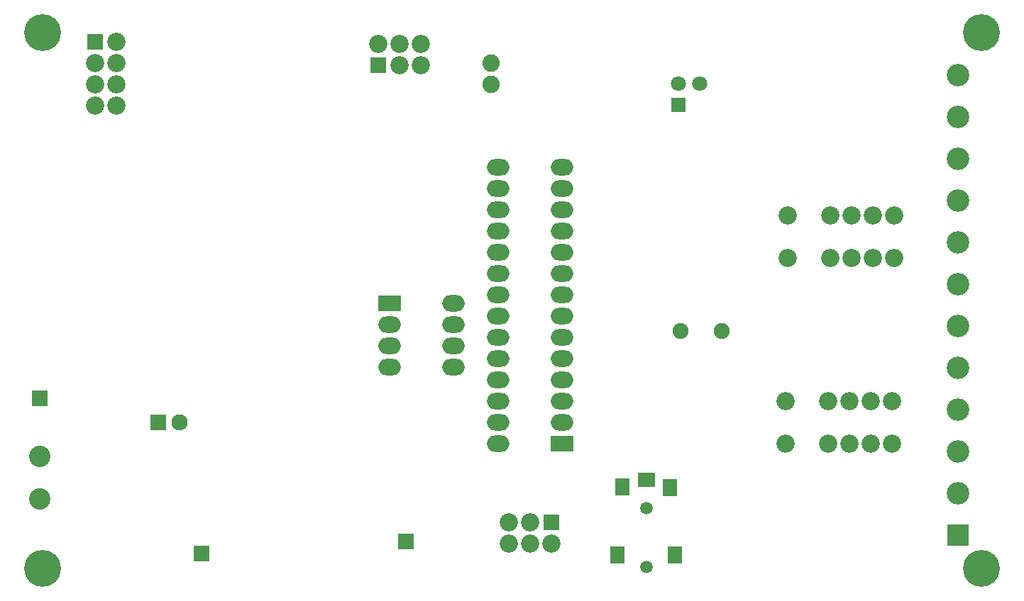
<source format=gbs>
G04 (created by PCBNEW (2013-07-07 BZR 4022)-stable) date 21/11/2014 19:41:42*
%MOIN*%
G04 Gerber Fmt 3.4, Leading zero omitted, Abs format*
%FSLAX34Y34*%
G01*
G70*
G90*
G04 APERTURE LIST*
%ADD10C,0.008*%
%ADD11C,0.0750551*%
%ADD12C,0.086*%
%ADD13R,0.076X0.076*%
%ADD14C,0.076*%
%ADD15C,0.106*%
%ADD16R,0.101X0.101*%
%ADD17C,0.082*%
%ADD18R,0.106X0.078*%
%ADD19O,0.106X0.078*%
%ADD20C,0.101*%
%ADD21C,0.17348*%
%ADD22C,0.0593071*%
%ADD23R,0.0711181X0.0789921*%
%ADD24R,0.0789921X0.0711181*%
%ADD25R,0.071X0.071*%
%ADD26C,0.071*%
G04 APERTURE END LIST*
G54D10*
G54D11*
X68893Y-41584D03*
X66972Y-41584D03*
G54D12*
X72000Y-36150D03*
X74000Y-36150D03*
X75000Y-36150D03*
X76000Y-36150D03*
X77000Y-36150D03*
X77000Y-38150D03*
X76000Y-38150D03*
X75000Y-38150D03*
X74000Y-38150D03*
X72000Y-38150D03*
X71900Y-44900D03*
X73900Y-44900D03*
X74900Y-44900D03*
X75900Y-44900D03*
X76900Y-44900D03*
X76900Y-46900D03*
X75900Y-46900D03*
X74900Y-46900D03*
X73900Y-46900D03*
X71900Y-46900D03*
G54D13*
X39450Y-28000D03*
G54D12*
X40450Y-28000D03*
X39450Y-29000D03*
X40450Y-29000D03*
X39450Y-30000D03*
X40450Y-30000D03*
X39450Y-31000D03*
X40450Y-31000D03*
G54D13*
X60900Y-50600D03*
G54D12*
X60900Y-51600D03*
X59900Y-50600D03*
X59900Y-51600D03*
X58900Y-50600D03*
X58900Y-51600D03*
G54D13*
X52760Y-29110D03*
G54D12*
X52760Y-28110D03*
X53760Y-29110D03*
X53760Y-28110D03*
X54760Y-29110D03*
X54760Y-28110D03*
G54D13*
X42440Y-45900D03*
G54D14*
X43440Y-45900D03*
G54D15*
X80000Y-39390D03*
X80000Y-37422D03*
X80000Y-35453D03*
X80000Y-33485D03*
X80000Y-31516D03*
X80000Y-41359D03*
X80000Y-43327D03*
X80000Y-45296D03*
X80000Y-47264D03*
X80000Y-49233D03*
X80000Y-29548D03*
G54D16*
X80000Y-51201D03*
G54D13*
X54050Y-51500D03*
X36850Y-44750D03*
X44450Y-52050D03*
G54D17*
X58070Y-29990D03*
X58070Y-28990D03*
G54D18*
X53300Y-40300D03*
G54D19*
X53300Y-41300D03*
X53300Y-42300D03*
X53300Y-43300D03*
X56300Y-43300D03*
X56300Y-42300D03*
X56300Y-41300D03*
X56300Y-40300D03*
X61400Y-45900D03*
X61400Y-44900D03*
X61400Y-43900D03*
X61400Y-42900D03*
X61400Y-41900D03*
X61400Y-40900D03*
X61400Y-39900D03*
X61400Y-38900D03*
X61400Y-37900D03*
X61400Y-36900D03*
X61400Y-35900D03*
X61400Y-34900D03*
X61400Y-33900D03*
G54D18*
X61400Y-46900D03*
G54D19*
X58400Y-33900D03*
X58400Y-34900D03*
X58400Y-35900D03*
X58400Y-36900D03*
X58400Y-37900D03*
X58400Y-38900D03*
X58400Y-39900D03*
X58400Y-40900D03*
X58400Y-41900D03*
X58400Y-42900D03*
X58400Y-43900D03*
X58400Y-44900D03*
X58400Y-45900D03*
X58400Y-46900D03*
G54D20*
X36850Y-49500D03*
X36850Y-47500D03*
G54D21*
X37007Y-27559D03*
X81102Y-27559D03*
X81102Y-52755D03*
X37007Y-52755D03*
G54D22*
X65344Y-52696D03*
X65344Y-49940D03*
G54D23*
X64005Y-52145D03*
X66683Y-52145D03*
G54D24*
X65344Y-48602D03*
G54D23*
X66466Y-48956D03*
X64222Y-48937D03*
G54D25*
X66875Y-30950D03*
G54D26*
X66875Y-29950D03*
X67875Y-29950D03*
M02*

</source>
